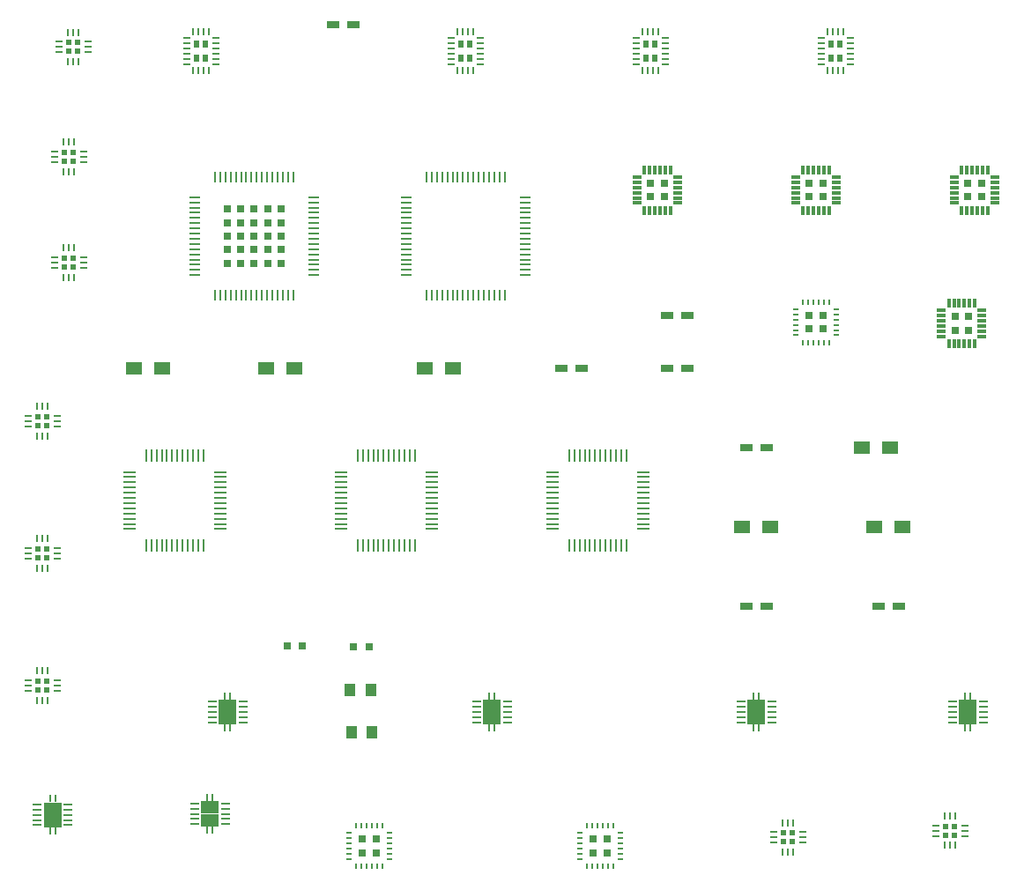
<source format=gbr>
G04 #@! TF.GenerationSoftware,KiCad,Pcbnew,(5.1.5)-3*
G04 #@! TF.CreationDate,2020-04-26T20:22:25+03:00*
G04 #@! TF.ProjectId,PCB soldering test board,50434220-736f-46c6-9465-72696e672074,rev?*
G04 #@! TF.SameCoordinates,Original*
G04 #@! TF.FileFunction,Paste,Top*
G04 #@! TF.FilePolarity,Positive*
%FSLAX46Y46*%
G04 Gerber Fmt 4.6, Leading zero omitted, Abs format (unit mm)*
G04 Created by KiCad (PCBNEW (5.1.5)-3) date 2020-04-26 20:22:25*
%MOMM*%
%LPD*%
G04 APERTURE LIST*
%ADD10R,0.800000X0.750000*%
%ADD11R,1.000000X1.250000*%
%ADD12R,0.510000X0.180000*%
%ADD13R,0.180000X0.510000*%
%ADD14R,0.780000X0.780000*%
%ADD15R,0.700000X0.250000*%
%ADD16R,0.250000X0.700000*%
%ADD17R,0.495000X0.495000*%
%ADD18R,0.850000X0.280000*%
%ADD19R,0.825000X1.200000*%
%ADD20R,0.280000X0.700000*%
%ADD21R,1.200000X0.750000*%
%ADD22R,1.500000X1.300000*%
%ADD23R,0.495000X0.795000*%
%ADD24R,1.300000X0.250000*%
%ADD25R,0.250000X1.300000*%
%ADD26R,1.000000X0.250000*%
%ADD27R,0.250000X1.000000*%
%ADD28R,0.850000X0.300000*%
%ADD29R,0.300000X0.850000*%
G04 APERTURE END LIST*
D10*
X86973980Y-102862380D03*
X88473980Y-102862380D03*
X94841760Y-102933500D03*
X93341760Y-102933500D03*
D11*
X95162880Y-111188500D03*
X93162880Y-111188500D03*
X93023180Y-107061000D03*
X95023180Y-107061000D03*
D12*
X115121140Y-120830020D03*
X115121140Y-121330020D03*
X115121140Y-121830020D03*
X115121140Y-122330020D03*
X115121140Y-122830020D03*
X115121140Y-123330020D03*
D13*
X115821140Y-124030020D03*
X116321140Y-124030020D03*
X116821140Y-124030020D03*
X117321140Y-124030020D03*
X117821140Y-124030020D03*
X118321140Y-124030020D03*
D12*
X119021140Y-123330020D03*
X119021140Y-122830020D03*
X119021140Y-122330020D03*
X119021140Y-121830020D03*
X119021140Y-121330020D03*
X119021140Y-120830020D03*
D13*
X118321140Y-120130020D03*
X117821140Y-120130020D03*
X117321140Y-120130020D03*
X116821140Y-120130020D03*
X116321140Y-120130020D03*
X115821140Y-120130020D03*
D14*
X117721140Y-122730020D03*
X117721140Y-121430020D03*
X116421140Y-122730020D03*
X116421140Y-121430020D03*
X94246940Y-121430020D03*
X94246940Y-122730020D03*
X95546940Y-121430020D03*
X95546940Y-122730020D03*
D13*
X93646940Y-120130020D03*
X94146940Y-120130020D03*
X94646940Y-120130020D03*
X95146940Y-120130020D03*
X95646940Y-120130020D03*
X96146940Y-120130020D03*
D12*
X96846940Y-120830020D03*
X96846940Y-121330020D03*
X96846940Y-121830020D03*
X96846940Y-122330020D03*
X96846940Y-122830020D03*
X96846940Y-123330020D03*
D13*
X96146940Y-124030020D03*
X95646940Y-124030020D03*
X95146940Y-124030020D03*
X94646940Y-124030020D03*
X94146940Y-124030020D03*
X93646940Y-124030020D03*
D12*
X92946940Y-123330020D03*
X92946940Y-122830020D03*
X92946940Y-122330020D03*
X92946940Y-121830020D03*
X92946940Y-121330020D03*
X92946940Y-120830020D03*
D15*
X133712760Y-120759600D03*
X133712760Y-121259600D03*
X133712760Y-121759600D03*
D16*
X134612760Y-122659600D03*
X135112760Y-122659600D03*
X135612760Y-122659600D03*
D15*
X136512760Y-121759600D03*
X136512760Y-121259600D03*
X136512760Y-120759600D03*
D16*
X135612760Y-119859600D03*
X135112760Y-119859600D03*
X134612760Y-119859600D03*
D17*
X135525260Y-121672100D03*
X135525260Y-120847100D03*
X134700260Y-121672100D03*
X134700260Y-120847100D03*
X150290780Y-120224800D03*
X150290780Y-121049800D03*
X151115780Y-120224800D03*
X151115780Y-121049800D03*
D16*
X150203280Y-119237300D03*
X150703280Y-119237300D03*
X151203280Y-119237300D03*
D15*
X152103280Y-120137300D03*
X152103280Y-120637300D03*
X152103280Y-121137300D03*
D16*
X151203280Y-122037300D03*
X150703280Y-122037300D03*
X150203280Y-122037300D03*
D15*
X149303280Y-121137300D03*
X149303280Y-120637300D03*
X149303280Y-120137300D03*
D18*
X78105740Y-118001540D03*
X78105740Y-118501540D03*
X78105740Y-119001540D03*
X78105740Y-119501540D03*
X78105740Y-120001540D03*
X81055740Y-120001540D03*
X81055740Y-119501540D03*
X81055740Y-119001540D03*
X81055740Y-118501540D03*
X81055740Y-118001540D03*
D19*
X79168240Y-118401540D03*
X79168240Y-119601540D03*
X79993240Y-118401540D03*
X79993240Y-119601540D03*
D20*
X79330740Y-117451540D03*
X79330740Y-120551540D03*
X79830740Y-117451540D03*
X79830740Y-120551540D03*
X64722820Y-120648060D03*
X64722820Y-117548060D03*
X64222820Y-120648060D03*
X64222820Y-117548060D03*
D19*
X64885320Y-119698060D03*
X64885320Y-118498060D03*
X64060320Y-119698060D03*
X64060320Y-118498060D03*
D18*
X65947820Y-118098060D03*
X65947820Y-118598060D03*
X65947820Y-119098060D03*
X65947820Y-119598060D03*
X65947820Y-120098060D03*
X62997820Y-120098060D03*
X62997820Y-119598060D03*
X62997820Y-119098060D03*
X62997820Y-118598060D03*
X62997820Y-118098060D03*
D17*
X66040000Y-44895000D03*
X66040000Y-45720000D03*
X66865000Y-44895000D03*
X66865000Y-45720000D03*
D16*
X65952500Y-43907500D03*
X66452500Y-43907500D03*
X66952500Y-43907500D03*
D15*
X67852500Y-44807500D03*
X67852500Y-45307500D03*
X67852500Y-45807500D03*
D16*
X66952500Y-46707500D03*
X66452500Y-46707500D03*
X65952500Y-46707500D03*
D15*
X65052500Y-45807500D03*
X65052500Y-45307500D03*
X65052500Y-44807500D03*
X62100000Y-80780000D03*
X62100000Y-81280000D03*
X62100000Y-81780000D03*
D16*
X63000000Y-82680000D03*
X63500000Y-82680000D03*
X64000000Y-82680000D03*
D15*
X64900000Y-81780000D03*
X64900000Y-81280000D03*
X64900000Y-80780000D03*
D16*
X64000000Y-79880000D03*
X63500000Y-79880000D03*
X63000000Y-79880000D03*
D17*
X63912500Y-81692500D03*
X63912500Y-80867500D03*
X63087500Y-81692500D03*
X63087500Y-80867500D03*
X63087500Y-93567500D03*
X63087500Y-94392500D03*
X63912500Y-93567500D03*
X63912500Y-94392500D03*
D16*
X63000000Y-92580000D03*
X63500000Y-92580000D03*
X64000000Y-92580000D03*
D15*
X64900000Y-93480000D03*
X64900000Y-93980000D03*
X64900000Y-94480000D03*
D16*
X64000000Y-95380000D03*
X63500000Y-95380000D03*
X63000000Y-95380000D03*
D15*
X62100000Y-94480000D03*
X62100000Y-93980000D03*
X62100000Y-93480000D03*
X62100000Y-106180000D03*
X62100000Y-106680000D03*
X62100000Y-107180000D03*
D16*
X63000000Y-108080000D03*
X63500000Y-108080000D03*
X64000000Y-108080000D03*
D15*
X64900000Y-107180000D03*
X64900000Y-106680000D03*
X64900000Y-106180000D03*
D16*
X64000000Y-105280000D03*
X63500000Y-105280000D03*
X63000000Y-105280000D03*
D17*
X63912500Y-107092500D03*
X63912500Y-106267500D03*
X63087500Y-107092500D03*
X63087500Y-106267500D03*
X65627500Y-65627500D03*
X65627500Y-66452500D03*
X66452500Y-65627500D03*
X66452500Y-66452500D03*
D16*
X65540000Y-64640000D03*
X66040000Y-64640000D03*
X66540000Y-64640000D03*
D15*
X67440000Y-65540000D03*
X67440000Y-66040000D03*
X67440000Y-66540000D03*
D16*
X66540000Y-67440000D03*
X66040000Y-67440000D03*
X65540000Y-67440000D03*
D15*
X64640000Y-66540000D03*
X64640000Y-66040000D03*
X64640000Y-65540000D03*
X64640000Y-55380000D03*
X64640000Y-55880000D03*
X64640000Y-56380000D03*
D16*
X65540000Y-57280000D03*
X66040000Y-57280000D03*
X66540000Y-57280000D03*
D15*
X67440000Y-56380000D03*
X67440000Y-55880000D03*
X67440000Y-55380000D03*
D16*
X66540000Y-54480000D03*
X66040000Y-54480000D03*
X65540000Y-54480000D03*
D17*
X66452500Y-56292500D03*
X66452500Y-55467500D03*
X65627500Y-56292500D03*
X65627500Y-55467500D03*
D21*
X131130000Y-83820000D03*
X133030000Y-83820000D03*
X125410000Y-71120000D03*
X123510000Y-71120000D03*
X123510000Y-76200000D03*
X125410000Y-76200000D03*
X115250000Y-76200000D03*
X113350000Y-76200000D03*
X91440000Y-43180000D03*
X93340000Y-43180000D03*
X145730000Y-99060000D03*
X143830000Y-99060000D03*
X131130000Y-99060000D03*
X133030000Y-99060000D03*
D22*
X144940000Y-83820000D03*
X142240000Y-83820000D03*
X143430000Y-91440000D03*
X146130000Y-91440000D03*
X133430000Y-91440000D03*
X130730000Y-91440000D03*
X100250000Y-76200000D03*
X102950000Y-76200000D03*
X87710000Y-76200000D03*
X85010000Y-76200000D03*
X72310000Y-76200000D03*
X75010000Y-76200000D03*
D18*
X150925000Y-108220000D03*
X150925000Y-108720000D03*
X150925000Y-109220000D03*
X150925000Y-109720000D03*
X150925000Y-110220000D03*
X153875000Y-110220000D03*
X153875000Y-109720000D03*
X153875000Y-109220000D03*
X153875000Y-108720000D03*
X153875000Y-108220000D03*
D19*
X151987500Y-108620000D03*
X151987500Y-109820000D03*
X152812500Y-108620000D03*
X152812500Y-109820000D03*
D20*
X152150000Y-107670000D03*
X152150000Y-110770000D03*
X152650000Y-107670000D03*
X152650000Y-110770000D03*
D15*
X138300000Y-44470000D03*
X138300000Y-44970000D03*
X138300000Y-45470000D03*
X138300000Y-45970000D03*
X138300000Y-46470000D03*
X138300000Y-46970000D03*
D16*
X138950000Y-47620000D03*
X139450000Y-47620000D03*
X139950000Y-47620000D03*
X140450000Y-47620000D03*
D15*
X141100000Y-46970000D03*
X141100000Y-46470000D03*
X141100000Y-45970000D03*
X141100000Y-45470000D03*
X141100000Y-44970000D03*
X141100000Y-44470000D03*
D16*
X140450000Y-43820000D03*
X139950000Y-43820000D03*
X139450000Y-43820000D03*
X138950000Y-43820000D03*
D23*
X140112500Y-46382500D03*
X140112500Y-45057500D03*
X139287500Y-46382500D03*
X139287500Y-45057500D03*
D15*
X120520000Y-44470000D03*
X120520000Y-44970000D03*
X120520000Y-45470000D03*
X120520000Y-45970000D03*
X120520000Y-46470000D03*
X120520000Y-46970000D03*
D16*
X121170000Y-47620000D03*
X121670000Y-47620000D03*
X122170000Y-47620000D03*
X122670000Y-47620000D03*
D15*
X123320000Y-46970000D03*
X123320000Y-46470000D03*
X123320000Y-45970000D03*
X123320000Y-45470000D03*
X123320000Y-44970000D03*
X123320000Y-44470000D03*
D16*
X122670000Y-43820000D03*
X122170000Y-43820000D03*
X121670000Y-43820000D03*
X121170000Y-43820000D03*
D23*
X122332500Y-46382500D03*
X122332500Y-45057500D03*
X121507500Y-46382500D03*
X121507500Y-45057500D03*
D15*
X102740000Y-44470000D03*
X102740000Y-44970000D03*
X102740000Y-45470000D03*
X102740000Y-45970000D03*
X102740000Y-46470000D03*
X102740000Y-46970000D03*
D16*
X103390000Y-47620000D03*
X103890000Y-47620000D03*
X104390000Y-47620000D03*
X104890000Y-47620000D03*
D15*
X105540000Y-46970000D03*
X105540000Y-46470000D03*
X105540000Y-45970000D03*
X105540000Y-45470000D03*
X105540000Y-44970000D03*
X105540000Y-44470000D03*
D16*
X104890000Y-43820000D03*
X104390000Y-43820000D03*
X103890000Y-43820000D03*
X103390000Y-43820000D03*
D23*
X104552500Y-46382500D03*
X104552500Y-45057500D03*
X103727500Y-46382500D03*
X103727500Y-45057500D03*
D15*
X77340000Y-44470000D03*
X77340000Y-44970000D03*
X77340000Y-45470000D03*
X77340000Y-45970000D03*
X77340000Y-46470000D03*
X77340000Y-46970000D03*
D16*
X77990000Y-47620000D03*
X78490000Y-47620000D03*
X78990000Y-47620000D03*
X79490000Y-47620000D03*
D15*
X80140000Y-46970000D03*
X80140000Y-46470000D03*
X80140000Y-45970000D03*
X80140000Y-45470000D03*
X80140000Y-44970000D03*
X80140000Y-44470000D03*
D16*
X79490000Y-43820000D03*
X78990000Y-43820000D03*
X78490000Y-43820000D03*
X77990000Y-43820000D03*
D23*
X79152500Y-46382500D03*
X79152500Y-45057500D03*
X78327500Y-46382500D03*
X78327500Y-45057500D03*
D18*
X130605000Y-108220000D03*
X130605000Y-108720000D03*
X130605000Y-109220000D03*
X130605000Y-109720000D03*
X130605000Y-110220000D03*
X133555000Y-110220000D03*
X133555000Y-109720000D03*
X133555000Y-109220000D03*
X133555000Y-108720000D03*
X133555000Y-108220000D03*
D19*
X131667500Y-108620000D03*
X131667500Y-109820000D03*
X132492500Y-108620000D03*
X132492500Y-109820000D03*
D20*
X131830000Y-107670000D03*
X131830000Y-110770000D03*
X132330000Y-107670000D03*
X132330000Y-110770000D03*
D18*
X105205000Y-108220000D03*
X105205000Y-108720000D03*
X105205000Y-109220000D03*
X105205000Y-109720000D03*
X105205000Y-110220000D03*
X108155000Y-110220000D03*
X108155000Y-109720000D03*
X108155000Y-109220000D03*
X108155000Y-108720000D03*
X108155000Y-108220000D03*
D19*
X106267500Y-108620000D03*
X106267500Y-109820000D03*
X107092500Y-108620000D03*
X107092500Y-109820000D03*
D20*
X106430000Y-107670000D03*
X106430000Y-110770000D03*
X106930000Y-107670000D03*
X106930000Y-110770000D03*
D18*
X79805000Y-108220000D03*
X79805000Y-108720000D03*
X79805000Y-109220000D03*
X79805000Y-109720000D03*
X79805000Y-110220000D03*
X82755000Y-110220000D03*
X82755000Y-109720000D03*
X82755000Y-109220000D03*
X82755000Y-108720000D03*
X82755000Y-108220000D03*
D19*
X80867500Y-108620000D03*
X80867500Y-109820000D03*
X81692500Y-108620000D03*
X81692500Y-109820000D03*
D20*
X81030000Y-107670000D03*
X81030000Y-110770000D03*
X81530000Y-107670000D03*
X81530000Y-110770000D03*
D24*
X71850000Y-86150000D03*
X71850000Y-86650000D03*
X71850000Y-87150000D03*
X71850000Y-87650000D03*
X71850000Y-88150000D03*
X71850000Y-88650000D03*
X71850000Y-89150000D03*
X71850000Y-89650000D03*
X71850000Y-90150000D03*
X71850000Y-90650000D03*
X71850000Y-91150000D03*
X71850000Y-91650000D03*
D25*
X73450000Y-93250000D03*
X73950000Y-93250000D03*
X74450000Y-93250000D03*
X74950000Y-93250000D03*
X75450000Y-93250000D03*
X75950000Y-93250000D03*
X76450000Y-93250000D03*
X76950000Y-93250000D03*
X77450000Y-93250000D03*
X77950000Y-93250000D03*
X78450000Y-93250000D03*
X78950000Y-93250000D03*
D24*
X80550000Y-91650000D03*
X80550000Y-91150000D03*
X80550000Y-90650000D03*
X80550000Y-90150000D03*
X80550000Y-89650000D03*
X80550000Y-89150000D03*
X80550000Y-88650000D03*
X80550000Y-88150000D03*
X80550000Y-87650000D03*
X80550000Y-87150000D03*
X80550000Y-86650000D03*
X80550000Y-86150000D03*
D25*
X78950000Y-84550000D03*
X78450000Y-84550000D03*
X77950000Y-84550000D03*
X77450000Y-84550000D03*
X76950000Y-84550000D03*
X76450000Y-84550000D03*
X75950000Y-84550000D03*
X75450000Y-84550000D03*
X74950000Y-84550000D03*
X74450000Y-84550000D03*
X73950000Y-84550000D03*
X73450000Y-84550000D03*
D24*
X112490000Y-86150000D03*
X112490000Y-86650000D03*
X112490000Y-87150000D03*
X112490000Y-87650000D03*
X112490000Y-88150000D03*
X112490000Y-88650000D03*
X112490000Y-89150000D03*
X112490000Y-89650000D03*
X112490000Y-90150000D03*
X112490000Y-90650000D03*
X112490000Y-91150000D03*
X112490000Y-91650000D03*
D25*
X114090000Y-93250000D03*
X114590000Y-93250000D03*
X115090000Y-93250000D03*
X115590000Y-93250000D03*
X116090000Y-93250000D03*
X116590000Y-93250000D03*
X117090000Y-93250000D03*
X117590000Y-93250000D03*
X118090000Y-93250000D03*
X118590000Y-93250000D03*
X119090000Y-93250000D03*
X119590000Y-93250000D03*
D24*
X121190000Y-91650000D03*
X121190000Y-91150000D03*
X121190000Y-90650000D03*
X121190000Y-90150000D03*
X121190000Y-89650000D03*
X121190000Y-89150000D03*
X121190000Y-88650000D03*
X121190000Y-88150000D03*
X121190000Y-87650000D03*
X121190000Y-87150000D03*
X121190000Y-86650000D03*
X121190000Y-86150000D03*
D25*
X119590000Y-84550000D03*
X119090000Y-84550000D03*
X118590000Y-84550000D03*
X118090000Y-84550000D03*
X117590000Y-84550000D03*
X117090000Y-84550000D03*
X116590000Y-84550000D03*
X116090000Y-84550000D03*
X115590000Y-84550000D03*
X115090000Y-84550000D03*
X114590000Y-84550000D03*
X114090000Y-84550000D03*
D24*
X92170000Y-86150000D03*
X92170000Y-86650000D03*
X92170000Y-87150000D03*
X92170000Y-87650000D03*
X92170000Y-88150000D03*
X92170000Y-88650000D03*
X92170000Y-89150000D03*
X92170000Y-89650000D03*
X92170000Y-90150000D03*
X92170000Y-90650000D03*
X92170000Y-91150000D03*
X92170000Y-91650000D03*
D25*
X93770000Y-93250000D03*
X94270000Y-93250000D03*
X94770000Y-93250000D03*
X95270000Y-93250000D03*
X95770000Y-93250000D03*
X96270000Y-93250000D03*
X96770000Y-93250000D03*
X97270000Y-93250000D03*
X97770000Y-93250000D03*
X98270000Y-93250000D03*
X98770000Y-93250000D03*
X99270000Y-93250000D03*
D24*
X100870000Y-91650000D03*
X100870000Y-91150000D03*
X100870000Y-90650000D03*
X100870000Y-90150000D03*
X100870000Y-89650000D03*
X100870000Y-89150000D03*
X100870000Y-88650000D03*
X100870000Y-88150000D03*
X100870000Y-87650000D03*
X100870000Y-87150000D03*
X100870000Y-86650000D03*
X100870000Y-86150000D03*
D25*
X99270000Y-84550000D03*
X98770000Y-84550000D03*
X98270000Y-84550000D03*
X97770000Y-84550000D03*
X97270000Y-84550000D03*
X96770000Y-84550000D03*
X96270000Y-84550000D03*
X95770000Y-84550000D03*
X95270000Y-84550000D03*
X94770000Y-84550000D03*
X94270000Y-84550000D03*
X93770000Y-84550000D03*
D26*
X98440000Y-59750000D03*
X98440000Y-60250000D03*
X98440000Y-60750000D03*
X98440000Y-61250000D03*
X98440000Y-61750000D03*
X98440000Y-62250000D03*
X98440000Y-62750000D03*
X98440000Y-63250000D03*
X98440000Y-63750000D03*
X98440000Y-64250000D03*
X98440000Y-64750000D03*
X98440000Y-65250000D03*
X98440000Y-65750000D03*
X98440000Y-66250000D03*
X98440000Y-66750000D03*
X98440000Y-67250000D03*
D27*
X100390000Y-69200000D03*
X100890000Y-69200000D03*
X101390000Y-69200000D03*
X101890000Y-69200000D03*
X102390000Y-69200000D03*
X102890000Y-69200000D03*
X103390000Y-69200000D03*
X103890000Y-69200000D03*
X104390000Y-69200000D03*
X104890000Y-69200000D03*
X105390000Y-69200000D03*
X105890000Y-69200000D03*
X106390000Y-69200000D03*
X106890000Y-69200000D03*
X107390000Y-69200000D03*
X107890000Y-69200000D03*
D26*
X109840000Y-67250000D03*
X109840000Y-66750000D03*
X109840000Y-66250000D03*
X109840000Y-65750000D03*
X109840000Y-65250000D03*
X109840000Y-64750000D03*
X109840000Y-64250000D03*
X109840000Y-63750000D03*
X109840000Y-63250000D03*
X109840000Y-62750000D03*
X109840000Y-62250000D03*
X109840000Y-61750000D03*
X109840000Y-61250000D03*
X109840000Y-60750000D03*
X109840000Y-60250000D03*
X109840000Y-59750000D03*
D27*
X107890000Y-57800000D03*
X107390000Y-57800000D03*
X106890000Y-57800000D03*
X106390000Y-57800000D03*
X105890000Y-57800000D03*
X105390000Y-57800000D03*
X104890000Y-57800000D03*
X104390000Y-57800000D03*
X103890000Y-57800000D03*
X103390000Y-57800000D03*
X102890000Y-57800000D03*
X102390000Y-57800000D03*
X101890000Y-57800000D03*
X101390000Y-57800000D03*
X100890000Y-57800000D03*
X100390000Y-57800000D03*
D28*
X151100000Y-57820000D03*
X151100000Y-58320000D03*
X151100000Y-58820000D03*
X151100000Y-59320000D03*
X151100000Y-59820000D03*
X151100000Y-60320000D03*
D29*
X151800000Y-61020000D03*
X152300000Y-61020000D03*
X152800000Y-61020000D03*
X153300000Y-61020000D03*
X153800000Y-61020000D03*
X154300000Y-61020000D03*
D28*
X155000000Y-60320000D03*
X155000000Y-59820000D03*
X155000000Y-59320000D03*
X155000000Y-58820000D03*
X155000000Y-58320000D03*
X155000000Y-57820000D03*
D29*
X154300000Y-57120000D03*
X153800000Y-57120000D03*
X153300000Y-57120000D03*
X152800000Y-57120000D03*
X152300000Y-57120000D03*
X151800000Y-57120000D03*
D14*
X153700000Y-59720000D03*
X153700000Y-58420000D03*
X152400000Y-59720000D03*
X152400000Y-58420000D03*
D28*
X149860000Y-70620000D03*
X149860000Y-71120000D03*
X149860000Y-71620000D03*
X149860000Y-72120000D03*
X149860000Y-72620000D03*
X149860000Y-73120000D03*
D29*
X150560000Y-73820000D03*
X151060000Y-73820000D03*
X151560000Y-73820000D03*
X152060000Y-73820000D03*
X152560000Y-73820000D03*
X153060000Y-73820000D03*
D28*
X153760000Y-73120000D03*
X153760000Y-72620000D03*
X153760000Y-72120000D03*
X153760000Y-71620000D03*
X153760000Y-71120000D03*
X153760000Y-70620000D03*
D29*
X153060000Y-69920000D03*
X152560000Y-69920000D03*
X152060000Y-69920000D03*
X151560000Y-69920000D03*
X151060000Y-69920000D03*
X150560000Y-69920000D03*
D14*
X152460000Y-72520000D03*
X152460000Y-71220000D03*
X151160000Y-72520000D03*
X151160000Y-71220000D03*
D12*
X135860000Y-70520000D03*
X135860000Y-71020000D03*
X135860000Y-71520000D03*
X135860000Y-72020000D03*
X135860000Y-72520000D03*
X135860000Y-73020000D03*
D13*
X136560000Y-73720000D03*
X137060000Y-73720000D03*
X137560000Y-73720000D03*
X138060000Y-73720000D03*
X138560000Y-73720000D03*
X139060000Y-73720000D03*
D12*
X139760000Y-73020000D03*
X139760000Y-72520000D03*
X139760000Y-72020000D03*
X139760000Y-71520000D03*
X139760000Y-71020000D03*
X139760000Y-70520000D03*
D13*
X139060000Y-69820000D03*
X138560000Y-69820000D03*
X138060000Y-69820000D03*
X137560000Y-69820000D03*
X137060000Y-69820000D03*
X136560000Y-69820000D03*
D14*
X138460000Y-72420000D03*
X138460000Y-71120000D03*
X137160000Y-72420000D03*
X137160000Y-71120000D03*
D28*
X135860000Y-57820000D03*
X135860000Y-58320000D03*
X135860000Y-58820000D03*
X135860000Y-59320000D03*
X135860000Y-59820000D03*
X135860000Y-60320000D03*
D29*
X136560000Y-61020000D03*
X137060000Y-61020000D03*
X137560000Y-61020000D03*
X138060000Y-61020000D03*
X138560000Y-61020000D03*
X139060000Y-61020000D03*
D28*
X139760000Y-60320000D03*
X139760000Y-59820000D03*
X139760000Y-59320000D03*
X139760000Y-58820000D03*
X139760000Y-58320000D03*
X139760000Y-57820000D03*
D29*
X139060000Y-57120000D03*
X138560000Y-57120000D03*
X138060000Y-57120000D03*
X137560000Y-57120000D03*
X137060000Y-57120000D03*
X136560000Y-57120000D03*
D14*
X138460000Y-59720000D03*
X138460000Y-58420000D03*
X137160000Y-59720000D03*
X137160000Y-58420000D03*
D28*
X120620000Y-57820000D03*
X120620000Y-58320000D03*
X120620000Y-58820000D03*
X120620000Y-59320000D03*
X120620000Y-59820000D03*
X120620000Y-60320000D03*
D29*
X121320000Y-61020000D03*
X121820000Y-61020000D03*
X122320000Y-61020000D03*
X122820000Y-61020000D03*
X123320000Y-61020000D03*
X123820000Y-61020000D03*
D28*
X124520000Y-60320000D03*
X124520000Y-59820000D03*
X124520000Y-59320000D03*
X124520000Y-58820000D03*
X124520000Y-58320000D03*
X124520000Y-57820000D03*
D29*
X123820000Y-57120000D03*
X123320000Y-57120000D03*
X122820000Y-57120000D03*
X122320000Y-57120000D03*
X121820000Y-57120000D03*
X121320000Y-57120000D03*
D14*
X123220000Y-59720000D03*
X123220000Y-58420000D03*
X121920000Y-59720000D03*
X121920000Y-58420000D03*
D26*
X78120000Y-59750000D03*
X78120000Y-60250000D03*
X78120000Y-60750000D03*
X78120000Y-61250000D03*
X78120000Y-61750000D03*
X78120000Y-62250000D03*
X78120000Y-62750000D03*
X78120000Y-63250000D03*
X78120000Y-63750000D03*
X78120000Y-64250000D03*
X78120000Y-64750000D03*
X78120000Y-65250000D03*
X78120000Y-65750000D03*
X78120000Y-66250000D03*
X78120000Y-66750000D03*
X78120000Y-67250000D03*
D27*
X80070000Y-69200000D03*
X80570000Y-69200000D03*
X81070000Y-69200000D03*
X81570000Y-69200000D03*
X82070000Y-69200000D03*
X82570000Y-69200000D03*
X83070000Y-69200000D03*
X83570000Y-69200000D03*
X84070000Y-69200000D03*
X84570000Y-69200000D03*
X85070000Y-69200000D03*
X85570000Y-69200000D03*
X86070000Y-69200000D03*
X86570000Y-69200000D03*
X87070000Y-69200000D03*
X87570000Y-69200000D03*
D26*
X89520000Y-67250000D03*
X89520000Y-66750000D03*
X89520000Y-66250000D03*
X89520000Y-65750000D03*
X89520000Y-65250000D03*
X89520000Y-64750000D03*
X89520000Y-64250000D03*
X89520000Y-63750000D03*
X89520000Y-63250000D03*
X89520000Y-62750000D03*
X89520000Y-62250000D03*
X89520000Y-61750000D03*
X89520000Y-61250000D03*
X89520000Y-60750000D03*
X89520000Y-60250000D03*
X89520000Y-59750000D03*
D27*
X87570000Y-57800000D03*
X87070000Y-57800000D03*
X86570000Y-57800000D03*
X86070000Y-57800000D03*
X85570000Y-57800000D03*
X85070000Y-57800000D03*
X84570000Y-57800000D03*
X84070000Y-57800000D03*
X83570000Y-57800000D03*
X83070000Y-57800000D03*
X82570000Y-57800000D03*
X82070000Y-57800000D03*
X81570000Y-57800000D03*
X81070000Y-57800000D03*
X80570000Y-57800000D03*
X80070000Y-57800000D03*
D14*
X81220000Y-60900000D03*
X82520000Y-60900000D03*
X83820000Y-60900000D03*
X85120000Y-60900000D03*
X86420000Y-60900000D03*
X81220000Y-62200000D03*
X82520000Y-62200000D03*
X83820000Y-62200000D03*
X85120000Y-62200000D03*
X86420000Y-62200000D03*
X81220000Y-63500000D03*
X82520000Y-63500000D03*
X83820000Y-63500000D03*
X85120000Y-63500000D03*
X86420000Y-63500000D03*
X81220000Y-64800000D03*
X82520000Y-64800000D03*
X83820000Y-64800000D03*
X85120000Y-64800000D03*
X86420000Y-64800000D03*
X81220000Y-66100000D03*
X82520000Y-66100000D03*
X83820000Y-66100000D03*
X85120000Y-66100000D03*
X86420000Y-66100000D03*
M02*

</source>
